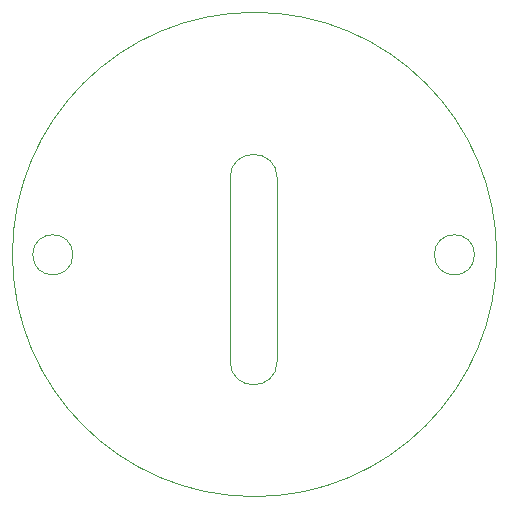
<source format=gm1>
%TF.GenerationSoftware,KiCad,Pcbnew,(5.1.9-0-10_14)*%
%TF.CreationDate,2024-01-22T23:17:15+01:00*%
%TF.ProjectId,berker-sensor,6265726b-6572-42d7-9365-6e736f722e6b,rev?*%
%TF.SameCoordinates,Original*%
%TF.FileFunction,Profile,NP*%
%FSLAX46Y46*%
G04 Gerber Fmt 4.6, Leading zero omitted, Abs format (unit mm)*
G04 Created by KiCad (PCBNEW (5.1.9-0-10_14)) date 2024-01-22 23:17:15*
%MOMM*%
%LPD*%
G01*
G04 APERTURE LIST*
%TA.AperFunction,Profile*%
%ADD10C,0.050000*%
%TD*%
G04 APERTURE END LIST*
D10*
X-2000000Y6500000D02*
G75*
G02*
X2000000Y6500000I2000000J0D01*
G01*
X2000000Y-9000000D02*
G75*
G02*
X-2000000Y-9000000I-2000000J0D01*
G01*
X2000000Y-9000000D02*
X2000000Y6500000D01*
X-2000000Y6500000D02*
X-2000000Y-9000000D01*
X-15300000Y0D02*
G75*
G03*
X-15300000Y0I-1700000J0D01*
G01*
X18700000Y0D02*
G75*
G03*
X18700000Y0I-1700000J0D01*
G01*
X20580244Y30000D02*
G75*
G03*
X20580244Y30000I-20500244J0D01*
G01*
M02*

</source>
